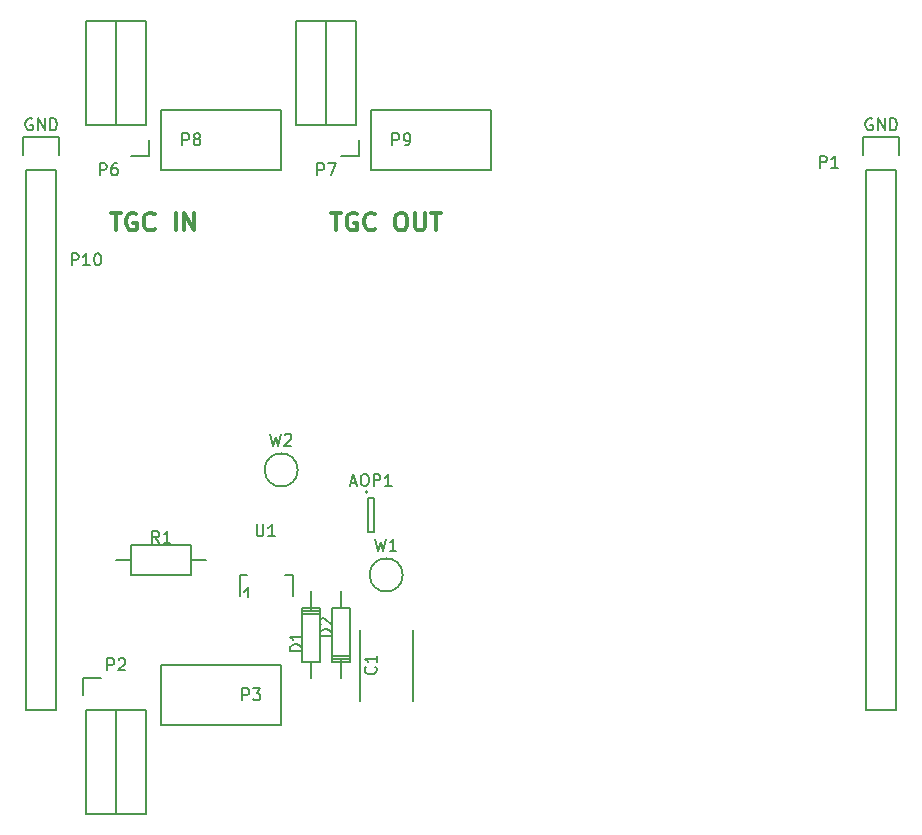
<source format=gbr>
G04 #@! TF.FileFunction,Legend,Top*
%FSLAX46Y46*%
G04 Gerber Fmt 4.6, Leading zero omitted, Abs format (unit mm)*
G04 Created by KiCad (PCBNEW 4.0.3+e1-6302~38~ubuntu16.04.1-stable) date Thu Aug 25 17:22:32 2016*
%MOMM*%
%LPD*%
G01*
G04 APERTURE LIST*
%ADD10C,0.100000*%
%ADD11C,0.300000*%
%ADD12C,0.150000*%
G04 APERTURE END LIST*
D10*
D11*
X98227143Y-83633571D02*
X99084286Y-83633571D01*
X98655715Y-85133571D02*
X98655715Y-83633571D01*
X100370000Y-83705000D02*
X100227143Y-83633571D01*
X100012857Y-83633571D01*
X99798572Y-83705000D01*
X99655714Y-83847857D01*
X99584286Y-83990714D01*
X99512857Y-84276429D01*
X99512857Y-84490714D01*
X99584286Y-84776429D01*
X99655714Y-84919286D01*
X99798572Y-85062143D01*
X100012857Y-85133571D01*
X100155714Y-85133571D01*
X100370000Y-85062143D01*
X100441429Y-84990714D01*
X100441429Y-84490714D01*
X100155714Y-84490714D01*
X101941429Y-84990714D02*
X101870000Y-85062143D01*
X101655714Y-85133571D01*
X101512857Y-85133571D01*
X101298572Y-85062143D01*
X101155714Y-84919286D01*
X101084286Y-84776429D01*
X101012857Y-84490714D01*
X101012857Y-84276429D01*
X101084286Y-83990714D01*
X101155714Y-83847857D01*
X101298572Y-83705000D01*
X101512857Y-83633571D01*
X101655714Y-83633571D01*
X101870000Y-83705000D01*
X101941429Y-83776429D01*
X104012857Y-83633571D02*
X104298571Y-83633571D01*
X104441429Y-83705000D01*
X104584286Y-83847857D01*
X104655714Y-84133571D01*
X104655714Y-84633571D01*
X104584286Y-84919286D01*
X104441429Y-85062143D01*
X104298571Y-85133571D01*
X104012857Y-85133571D01*
X103870000Y-85062143D01*
X103727143Y-84919286D01*
X103655714Y-84633571D01*
X103655714Y-84133571D01*
X103727143Y-83847857D01*
X103870000Y-83705000D01*
X104012857Y-83633571D01*
X105298572Y-83633571D02*
X105298572Y-84847857D01*
X105370000Y-84990714D01*
X105441429Y-85062143D01*
X105584286Y-85133571D01*
X105870000Y-85133571D01*
X106012858Y-85062143D01*
X106084286Y-84990714D01*
X106155715Y-84847857D01*
X106155715Y-83633571D01*
X106655715Y-83633571D02*
X107512858Y-83633571D01*
X107084287Y-85133571D02*
X107084287Y-83633571D01*
X79542143Y-83633571D02*
X80399286Y-83633571D01*
X79970715Y-85133571D02*
X79970715Y-83633571D01*
X81685000Y-83705000D02*
X81542143Y-83633571D01*
X81327857Y-83633571D01*
X81113572Y-83705000D01*
X80970714Y-83847857D01*
X80899286Y-83990714D01*
X80827857Y-84276429D01*
X80827857Y-84490714D01*
X80899286Y-84776429D01*
X80970714Y-84919286D01*
X81113572Y-85062143D01*
X81327857Y-85133571D01*
X81470714Y-85133571D01*
X81685000Y-85062143D01*
X81756429Y-84990714D01*
X81756429Y-84490714D01*
X81470714Y-84490714D01*
X83256429Y-84990714D02*
X83185000Y-85062143D01*
X82970714Y-85133571D01*
X82827857Y-85133571D01*
X82613572Y-85062143D01*
X82470714Y-84919286D01*
X82399286Y-84776429D01*
X82327857Y-84490714D01*
X82327857Y-84276429D01*
X82399286Y-83990714D01*
X82470714Y-83847857D01*
X82613572Y-83705000D01*
X82827857Y-83633571D01*
X82970714Y-83633571D01*
X83185000Y-83705000D01*
X83256429Y-83776429D01*
X85042143Y-85133571D02*
X85042143Y-83633571D01*
X85756429Y-85133571D02*
X85756429Y-83633571D01*
X86613572Y-85133571D01*
X86613572Y-83633571D01*
D12*
X101300000Y-107270000D02*
G75*
G03X101300000Y-107270000I-100000J0D01*
G01*
X101850000Y-107770000D02*
X101350000Y-107770000D01*
X101850000Y-110670000D02*
X101850000Y-107770000D01*
X101350000Y-110670000D02*
X101850000Y-110670000D01*
X101350000Y-107770000D02*
X101350000Y-110670000D01*
X100620000Y-124960000D02*
X100620000Y-118960000D01*
X105120000Y-118960000D02*
X105120000Y-124960000D01*
X96522540Y-121666520D02*
X96522540Y-123063520D01*
X96522540Y-117221520D02*
X96522540Y-115697520D01*
X97284540Y-117602520D02*
X95760540Y-117602520D01*
X97284540Y-117348520D02*
X95760540Y-117348520D01*
X96522540Y-117094520D02*
X95760540Y-117094520D01*
X95760540Y-117094520D02*
X95760540Y-121666520D01*
X95760540Y-121666520D02*
X97284540Y-121666520D01*
X97284540Y-121666520D02*
X97284540Y-117094520D01*
X97284540Y-117094520D02*
X96522540Y-117094520D01*
X99057460Y-117093480D02*
X99057460Y-115696480D01*
X99057460Y-121538480D02*
X99057460Y-123062480D01*
X98295460Y-121157480D02*
X99819460Y-121157480D01*
X98295460Y-121411480D02*
X99819460Y-121411480D01*
X99057460Y-121665480D02*
X99819460Y-121665480D01*
X99819460Y-121665480D02*
X99819460Y-117093480D01*
X99819460Y-117093480D02*
X98295460Y-117093480D01*
X98295460Y-117093480D02*
X98295460Y-121665480D01*
X98295460Y-121665480D02*
X99057460Y-121665480D01*
X82550000Y-134560000D02*
X82550000Y-125730000D01*
X80010000Y-134560000D02*
X82550000Y-134560000D01*
X80010000Y-125730000D02*
X80010000Y-134560000D01*
X80010000Y-125730000D02*
X82550000Y-125730000D01*
X77470000Y-125730000D02*
X80010000Y-125730000D01*
X78740000Y-123060000D02*
X77190000Y-123060000D01*
X77190000Y-123060000D02*
X77190000Y-124460000D01*
X77470000Y-125730000D02*
X77470000Y-134560000D01*
X77470000Y-134560000D02*
X80010000Y-134560000D01*
X80010000Y-134560000D02*
X80010000Y-125730000D01*
X77470000Y-67370000D02*
X77470000Y-76200000D01*
X80010000Y-67370000D02*
X77470000Y-67370000D01*
X80010000Y-76200000D02*
X80010000Y-67370000D01*
X80010000Y-76200000D02*
X77470000Y-76200000D01*
X82550000Y-76200000D02*
X80010000Y-76200000D01*
X81280000Y-78870000D02*
X82830000Y-78870000D01*
X82830000Y-78870000D02*
X82830000Y-77470000D01*
X82550000Y-76200000D02*
X82550000Y-67370000D01*
X82550000Y-67370000D02*
X80010000Y-67370000D01*
X80010000Y-67370000D02*
X80010000Y-76200000D01*
X95250000Y-67370000D02*
X95250000Y-76200000D01*
X97790000Y-67370000D02*
X95250000Y-67370000D01*
X97790000Y-76200000D02*
X97790000Y-67370000D01*
X97790000Y-76200000D02*
X95250000Y-76200000D01*
X100330000Y-76200000D02*
X97790000Y-76200000D01*
X99060000Y-78870000D02*
X100610000Y-78870000D01*
X100610000Y-78870000D02*
X100610000Y-77470000D01*
X100330000Y-76200000D02*
X100330000Y-67370000D01*
X100330000Y-67370000D02*
X97790000Y-67370000D01*
X97790000Y-67370000D02*
X97790000Y-76200000D01*
X81280000Y-111760000D02*
X86360000Y-111760000D01*
X86360000Y-111760000D02*
X86360000Y-114300000D01*
X86360000Y-114300000D02*
X81280000Y-114300000D01*
X81280000Y-114300000D02*
X81280000Y-111760000D01*
X81280000Y-113030000D02*
X80010000Y-113030000D01*
X86360000Y-113030000D02*
X87630000Y-113030000D01*
X90810080Y-115770660D02*
X91059000Y-115470940D01*
X91059000Y-115470940D02*
X91160600Y-115321080D01*
X91160600Y-115321080D02*
X91160600Y-116169440D01*
X90459560Y-114269520D02*
X90459560Y-116070380D01*
X90459560Y-114269520D02*
X91109800Y-114269520D01*
X94960440Y-114269520D02*
X94960440Y-116070380D01*
X94960440Y-114269520D02*
X94310200Y-114269520D01*
X104270000Y-114300000D02*
G75*
G03X104270000Y-114300000I-1400000J0D01*
G01*
X95380000Y-105410000D02*
G75*
G03X95380000Y-105410000I-1400000J0D01*
G01*
X111760000Y-80010000D02*
X101600000Y-80010000D01*
X101600000Y-80010000D02*
X101600000Y-74930000D01*
X101600000Y-74930000D02*
X111760000Y-74930000D01*
X111760000Y-74930000D02*
X111760000Y-80010000D01*
X93980000Y-80010000D02*
X83820000Y-80010000D01*
X83820000Y-80010000D02*
X83820000Y-74930000D01*
X83820000Y-74930000D02*
X93980000Y-74930000D01*
X93980000Y-74930000D02*
X93980000Y-80010000D01*
X83820000Y-121920000D02*
X93980000Y-121920000D01*
X93980000Y-121920000D02*
X93980000Y-127000000D01*
X93980000Y-127000000D02*
X83820000Y-127000000D01*
X83820000Y-127000000D02*
X83820000Y-121920000D01*
X72390000Y-80010000D02*
X72390000Y-125730000D01*
X72390000Y-125730000D02*
X74930000Y-125730000D01*
X74930000Y-125730000D02*
X74930000Y-80010000D01*
X72110000Y-77190000D02*
X72110000Y-78740000D01*
X72390000Y-80010000D02*
X74930000Y-80010000D01*
X75210000Y-78740000D02*
X75210000Y-77190000D01*
X75210000Y-77190000D02*
X72110000Y-77190000D01*
X143510000Y-80010000D02*
X143510000Y-125730000D01*
X143510000Y-125730000D02*
X146050000Y-125730000D01*
X146050000Y-125730000D02*
X146050000Y-80010000D01*
X143230000Y-77190000D02*
X143230000Y-78740000D01*
X143510000Y-80010000D02*
X146050000Y-80010000D01*
X146330000Y-78740000D02*
X146330000Y-77190000D01*
X146330000Y-77190000D02*
X143230000Y-77190000D01*
X99861905Y-106486667D02*
X100338096Y-106486667D01*
X99766667Y-106772381D02*
X100100000Y-105772381D01*
X100433334Y-106772381D01*
X100957143Y-105772381D02*
X101147620Y-105772381D01*
X101242858Y-105820000D01*
X101338096Y-105915238D01*
X101385715Y-106105714D01*
X101385715Y-106439048D01*
X101338096Y-106629524D01*
X101242858Y-106724762D01*
X101147620Y-106772381D01*
X100957143Y-106772381D01*
X100861905Y-106724762D01*
X100766667Y-106629524D01*
X100719048Y-106439048D01*
X100719048Y-106105714D01*
X100766667Y-105915238D01*
X100861905Y-105820000D01*
X100957143Y-105772381D01*
X101814286Y-106772381D02*
X101814286Y-105772381D01*
X102195239Y-105772381D01*
X102290477Y-105820000D01*
X102338096Y-105867619D01*
X102385715Y-105962857D01*
X102385715Y-106105714D01*
X102338096Y-106200952D01*
X102290477Y-106248571D01*
X102195239Y-106296190D01*
X101814286Y-106296190D01*
X103338096Y-106772381D02*
X102766667Y-106772381D01*
X103052381Y-106772381D02*
X103052381Y-105772381D01*
X102957143Y-105915238D01*
X102861905Y-106010476D01*
X102766667Y-106058095D01*
X101957143Y-122086666D02*
X102004762Y-122134285D01*
X102052381Y-122277142D01*
X102052381Y-122372380D01*
X102004762Y-122515238D01*
X101909524Y-122610476D01*
X101814286Y-122658095D01*
X101623810Y-122705714D01*
X101480952Y-122705714D01*
X101290476Y-122658095D01*
X101195238Y-122610476D01*
X101100000Y-122515238D01*
X101052381Y-122372380D01*
X101052381Y-122277142D01*
X101100000Y-122134285D01*
X101147619Y-122086666D01*
X102052381Y-121134285D02*
X102052381Y-121705714D01*
X102052381Y-121420000D02*
X101052381Y-121420000D01*
X101195238Y-121515238D01*
X101290476Y-121610476D01*
X101338095Y-121705714D01*
X95702381Y-120753095D02*
X94702381Y-120753095D01*
X94702381Y-120515000D01*
X94750000Y-120372142D01*
X94845238Y-120276904D01*
X94940476Y-120229285D01*
X95130952Y-120181666D01*
X95273810Y-120181666D01*
X95464286Y-120229285D01*
X95559524Y-120276904D01*
X95654762Y-120372142D01*
X95702381Y-120515000D01*
X95702381Y-120753095D01*
X95702381Y-119229285D02*
X95702381Y-119800714D01*
X95702381Y-119515000D02*
X94702381Y-119515000D01*
X94845238Y-119610238D01*
X94940476Y-119705476D01*
X94988095Y-119800714D01*
X98242381Y-119483095D02*
X97242381Y-119483095D01*
X97242381Y-119245000D01*
X97290000Y-119102142D01*
X97385238Y-119006904D01*
X97480476Y-118959285D01*
X97670952Y-118911666D01*
X97813810Y-118911666D01*
X98004286Y-118959285D01*
X98099524Y-119006904D01*
X98194762Y-119102142D01*
X98242381Y-119245000D01*
X98242381Y-119483095D01*
X97337619Y-118530714D02*
X97290000Y-118483095D01*
X97242381Y-118387857D01*
X97242381Y-118149761D01*
X97290000Y-118054523D01*
X97337619Y-118006904D01*
X97432857Y-117959285D01*
X97528095Y-117959285D01*
X97670952Y-118006904D01*
X98242381Y-118578333D01*
X98242381Y-117959285D01*
X79271905Y-122372381D02*
X79271905Y-121372381D01*
X79652858Y-121372381D01*
X79748096Y-121420000D01*
X79795715Y-121467619D01*
X79843334Y-121562857D01*
X79843334Y-121705714D01*
X79795715Y-121800952D01*
X79748096Y-121848571D01*
X79652858Y-121896190D01*
X79271905Y-121896190D01*
X80224286Y-121467619D02*
X80271905Y-121420000D01*
X80367143Y-121372381D01*
X80605239Y-121372381D01*
X80700477Y-121420000D01*
X80748096Y-121467619D01*
X80795715Y-121562857D01*
X80795715Y-121658095D01*
X80748096Y-121800952D01*
X80176667Y-122372381D01*
X80795715Y-122372381D01*
X78636905Y-80462381D02*
X78636905Y-79462381D01*
X79017858Y-79462381D01*
X79113096Y-79510000D01*
X79160715Y-79557619D01*
X79208334Y-79652857D01*
X79208334Y-79795714D01*
X79160715Y-79890952D01*
X79113096Y-79938571D01*
X79017858Y-79986190D01*
X78636905Y-79986190D01*
X80065477Y-79462381D02*
X79875000Y-79462381D01*
X79779762Y-79510000D01*
X79732143Y-79557619D01*
X79636905Y-79700476D01*
X79589286Y-79890952D01*
X79589286Y-80271905D01*
X79636905Y-80367143D01*
X79684524Y-80414762D01*
X79779762Y-80462381D01*
X79970239Y-80462381D01*
X80065477Y-80414762D01*
X80113096Y-80367143D01*
X80160715Y-80271905D01*
X80160715Y-80033810D01*
X80113096Y-79938571D01*
X80065477Y-79890952D01*
X79970239Y-79843333D01*
X79779762Y-79843333D01*
X79684524Y-79890952D01*
X79636905Y-79938571D01*
X79589286Y-80033810D01*
X97051905Y-80462381D02*
X97051905Y-79462381D01*
X97432858Y-79462381D01*
X97528096Y-79510000D01*
X97575715Y-79557619D01*
X97623334Y-79652857D01*
X97623334Y-79795714D01*
X97575715Y-79890952D01*
X97528096Y-79938571D01*
X97432858Y-79986190D01*
X97051905Y-79986190D01*
X97956667Y-79462381D02*
X98623334Y-79462381D01*
X98194762Y-80462381D01*
X83653334Y-111577381D02*
X83320000Y-111101190D01*
X83081905Y-111577381D02*
X83081905Y-110577381D01*
X83462858Y-110577381D01*
X83558096Y-110625000D01*
X83605715Y-110672619D01*
X83653334Y-110767857D01*
X83653334Y-110910714D01*
X83605715Y-111005952D01*
X83558096Y-111053571D01*
X83462858Y-111101190D01*
X83081905Y-111101190D01*
X84605715Y-111577381D02*
X84034286Y-111577381D01*
X84320000Y-111577381D02*
X84320000Y-110577381D01*
X84224762Y-110720238D01*
X84129524Y-110815476D01*
X84034286Y-110863095D01*
X91897295Y-110021121D02*
X91897295Y-110830645D01*
X91944914Y-110925883D01*
X91992533Y-110973502D01*
X92087771Y-111021121D01*
X92278248Y-111021121D01*
X92373486Y-110973502D01*
X92421105Y-110925883D01*
X92468724Y-110830645D01*
X92468724Y-110021121D01*
X93468724Y-111021121D02*
X92897295Y-111021121D01*
X93183009Y-111021121D02*
X93183009Y-110021121D01*
X93087771Y-110163978D01*
X92992533Y-110259216D01*
X92897295Y-110306835D01*
X101965238Y-111252381D02*
X102203333Y-112252381D01*
X102393810Y-111538095D01*
X102584286Y-112252381D01*
X102822381Y-111252381D01*
X103727143Y-112252381D02*
X103155714Y-112252381D01*
X103441428Y-112252381D02*
X103441428Y-111252381D01*
X103346190Y-111395238D01*
X103250952Y-111490476D01*
X103155714Y-111538095D01*
X93075238Y-102362381D02*
X93313333Y-103362381D01*
X93503810Y-102648095D01*
X93694286Y-103362381D01*
X93932381Y-102362381D01*
X94265714Y-102457619D02*
X94313333Y-102410000D01*
X94408571Y-102362381D01*
X94646667Y-102362381D01*
X94741905Y-102410000D01*
X94789524Y-102457619D01*
X94837143Y-102552857D01*
X94837143Y-102648095D01*
X94789524Y-102790952D01*
X94218095Y-103362381D01*
X94837143Y-103362381D01*
X103401905Y-77922381D02*
X103401905Y-76922381D01*
X103782858Y-76922381D01*
X103878096Y-76970000D01*
X103925715Y-77017619D01*
X103973334Y-77112857D01*
X103973334Y-77255714D01*
X103925715Y-77350952D01*
X103878096Y-77398571D01*
X103782858Y-77446190D01*
X103401905Y-77446190D01*
X104449524Y-77922381D02*
X104640000Y-77922381D01*
X104735239Y-77874762D01*
X104782858Y-77827143D01*
X104878096Y-77684286D01*
X104925715Y-77493810D01*
X104925715Y-77112857D01*
X104878096Y-77017619D01*
X104830477Y-76970000D01*
X104735239Y-76922381D01*
X104544762Y-76922381D01*
X104449524Y-76970000D01*
X104401905Y-77017619D01*
X104354286Y-77112857D01*
X104354286Y-77350952D01*
X104401905Y-77446190D01*
X104449524Y-77493810D01*
X104544762Y-77541429D01*
X104735239Y-77541429D01*
X104830477Y-77493810D01*
X104878096Y-77446190D01*
X104925715Y-77350952D01*
X85621905Y-77922381D02*
X85621905Y-76922381D01*
X86002858Y-76922381D01*
X86098096Y-76970000D01*
X86145715Y-77017619D01*
X86193334Y-77112857D01*
X86193334Y-77255714D01*
X86145715Y-77350952D01*
X86098096Y-77398571D01*
X86002858Y-77446190D01*
X85621905Y-77446190D01*
X86764762Y-77350952D02*
X86669524Y-77303333D01*
X86621905Y-77255714D01*
X86574286Y-77160476D01*
X86574286Y-77112857D01*
X86621905Y-77017619D01*
X86669524Y-76970000D01*
X86764762Y-76922381D01*
X86955239Y-76922381D01*
X87050477Y-76970000D01*
X87098096Y-77017619D01*
X87145715Y-77112857D01*
X87145715Y-77160476D01*
X87098096Y-77255714D01*
X87050477Y-77303333D01*
X86955239Y-77350952D01*
X86764762Y-77350952D01*
X86669524Y-77398571D01*
X86621905Y-77446190D01*
X86574286Y-77541429D01*
X86574286Y-77731905D01*
X86621905Y-77827143D01*
X86669524Y-77874762D01*
X86764762Y-77922381D01*
X86955239Y-77922381D01*
X87050477Y-77874762D01*
X87098096Y-77827143D01*
X87145715Y-77731905D01*
X87145715Y-77541429D01*
X87098096Y-77446190D01*
X87050477Y-77398571D01*
X86955239Y-77350952D01*
X90701905Y-124912381D02*
X90701905Y-123912381D01*
X91082858Y-123912381D01*
X91178096Y-123960000D01*
X91225715Y-124007619D01*
X91273334Y-124102857D01*
X91273334Y-124245714D01*
X91225715Y-124340952D01*
X91178096Y-124388571D01*
X91082858Y-124436190D01*
X90701905Y-124436190D01*
X91606667Y-123912381D02*
X92225715Y-123912381D01*
X91892381Y-124293333D01*
X92035239Y-124293333D01*
X92130477Y-124340952D01*
X92178096Y-124388571D01*
X92225715Y-124483810D01*
X92225715Y-124721905D01*
X92178096Y-124817143D01*
X92130477Y-124864762D01*
X92035239Y-124912381D01*
X91749524Y-124912381D01*
X91654286Y-124864762D01*
X91606667Y-124817143D01*
X76255714Y-88082381D02*
X76255714Y-87082381D01*
X76636667Y-87082381D01*
X76731905Y-87130000D01*
X76779524Y-87177619D01*
X76827143Y-87272857D01*
X76827143Y-87415714D01*
X76779524Y-87510952D01*
X76731905Y-87558571D01*
X76636667Y-87606190D01*
X76255714Y-87606190D01*
X77779524Y-88082381D02*
X77208095Y-88082381D01*
X77493809Y-88082381D02*
X77493809Y-87082381D01*
X77398571Y-87225238D01*
X77303333Y-87320476D01*
X77208095Y-87368095D01*
X78398571Y-87082381D02*
X78493810Y-87082381D01*
X78589048Y-87130000D01*
X78636667Y-87177619D01*
X78684286Y-87272857D01*
X78731905Y-87463333D01*
X78731905Y-87701429D01*
X78684286Y-87891905D01*
X78636667Y-87987143D01*
X78589048Y-88034762D01*
X78493810Y-88082381D01*
X78398571Y-88082381D01*
X78303333Y-88034762D01*
X78255714Y-87987143D01*
X78208095Y-87891905D01*
X78160476Y-87701429D01*
X78160476Y-87463333D01*
X78208095Y-87272857D01*
X78255714Y-87177619D01*
X78303333Y-87130000D01*
X78398571Y-87082381D01*
X72898096Y-75700000D02*
X72802858Y-75652381D01*
X72660001Y-75652381D01*
X72517143Y-75700000D01*
X72421905Y-75795238D01*
X72374286Y-75890476D01*
X72326667Y-76080952D01*
X72326667Y-76223810D01*
X72374286Y-76414286D01*
X72421905Y-76509524D01*
X72517143Y-76604762D01*
X72660001Y-76652381D01*
X72755239Y-76652381D01*
X72898096Y-76604762D01*
X72945715Y-76557143D01*
X72945715Y-76223810D01*
X72755239Y-76223810D01*
X73374286Y-76652381D02*
X73374286Y-75652381D01*
X73945715Y-76652381D01*
X73945715Y-75652381D01*
X74421905Y-76652381D02*
X74421905Y-75652381D01*
X74660000Y-75652381D01*
X74802858Y-75700000D01*
X74898096Y-75795238D01*
X74945715Y-75890476D01*
X74993334Y-76080952D01*
X74993334Y-76223810D01*
X74945715Y-76414286D01*
X74898096Y-76509524D01*
X74802858Y-76604762D01*
X74660000Y-76652381D01*
X74421905Y-76652381D01*
X139596905Y-79827381D02*
X139596905Y-78827381D01*
X139977858Y-78827381D01*
X140073096Y-78875000D01*
X140120715Y-78922619D01*
X140168334Y-79017857D01*
X140168334Y-79160714D01*
X140120715Y-79255952D01*
X140073096Y-79303571D01*
X139977858Y-79351190D01*
X139596905Y-79351190D01*
X141120715Y-79827381D02*
X140549286Y-79827381D01*
X140835000Y-79827381D02*
X140835000Y-78827381D01*
X140739762Y-78970238D01*
X140644524Y-79065476D01*
X140549286Y-79113095D01*
X144018096Y-75700000D02*
X143922858Y-75652381D01*
X143780001Y-75652381D01*
X143637143Y-75700000D01*
X143541905Y-75795238D01*
X143494286Y-75890476D01*
X143446667Y-76080952D01*
X143446667Y-76223810D01*
X143494286Y-76414286D01*
X143541905Y-76509524D01*
X143637143Y-76604762D01*
X143780001Y-76652381D01*
X143875239Y-76652381D01*
X144018096Y-76604762D01*
X144065715Y-76557143D01*
X144065715Y-76223810D01*
X143875239Y-76223810D01*
X144494286Y-76652381D02*
X144494286Y-75652381D01*
X145065715Y-76652381D01*
X145065715Y-75652381D01*
X145541905Y-76652381D02*
X145541905Y-75652381D01*
X145780000Y-75652381D01*
X145922858Y-75700000D01*
X146018096Y-75795238D01*
X146065715Y-75890476D01*
X146113334Y-76080952D01*
X146113334Y-76223810D01*
X146065715Y-76414286D01*
X146018096Y-76509524D01*
X145922858Y-76604762D01*
X145780000Y-76652381D01*
X145541905Y-76652381D01*
M02*

</source>
